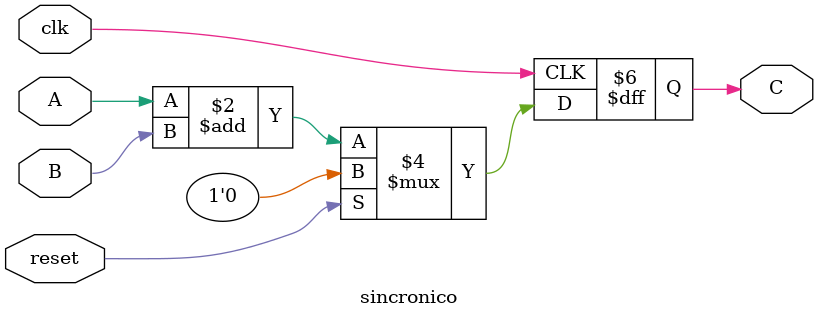
<source format=sv>
module sincronico (
    input logic clk, reset, A, B,
    output logic C
);
    
    always_ff @( posedge clk ) begin
        if (reset)
            C = 0; 
        else
            C = A + B;
    end

endmodule
</source>
